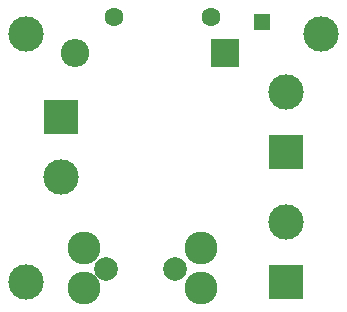
<source format=gbs>
G04 #@! TF.FileFunction,Soldermask,Bot*
%FSLAX46Y46*%
G04 Gerber Fmt 4.6, Leading zero omitted, Abs format (unit mm)*
G04 Created by KiCad (PCBNEW 4.0.7) date 07/04/19 18:58:04*
%MOMM*%
%LPD*%
G01*
G04 APERTURE LIST*
%ADD10C,0.100000*%
%ADD11C,3.000000*%
%ADD12R,2.400000X2.400000*%
%ADD13O,2.400000X2.400000*%
%ADD14C,1.600000*%
%ADD15C,2.000000*%
%ADD16R,1.350000X1.350000*%
%ADD17R,3.000000X3.000000*%
%ADD18C,2.780000*%
G04 APERTURE END LIST*
D10*
D11*
X129998000Y-73365000D03*
X154998000Y-52365000D03*
X129998000Y-52365000D03*
D12*
X146812000Y-53975000D03*
D13*
X134112000Y-53975000D03*
D14*
X137418000Y-50927000D03*
X145668000Y-50927000D03*
D15*
X136800000Y-72263000D03*
X142600000Y-72263000D03*
D16*
X149998000Y-51365000D03*
D17*
X151998000Y-62365000D03*
D11*
X151998000Y-57285000D03*
D17*
X132998000Y-59365000D03*
D11*
X132998000Y-64445000D03*
D17*
X151998000Y-73365000D03*
D11*
X151998000Y-68285000D03*
D18*
X134874000Y-70485000D03*
X134874000Y-73885000D03*
X144794000Y-70485000D03*
X144794000Y-73885000D03*
M02*

</source>
